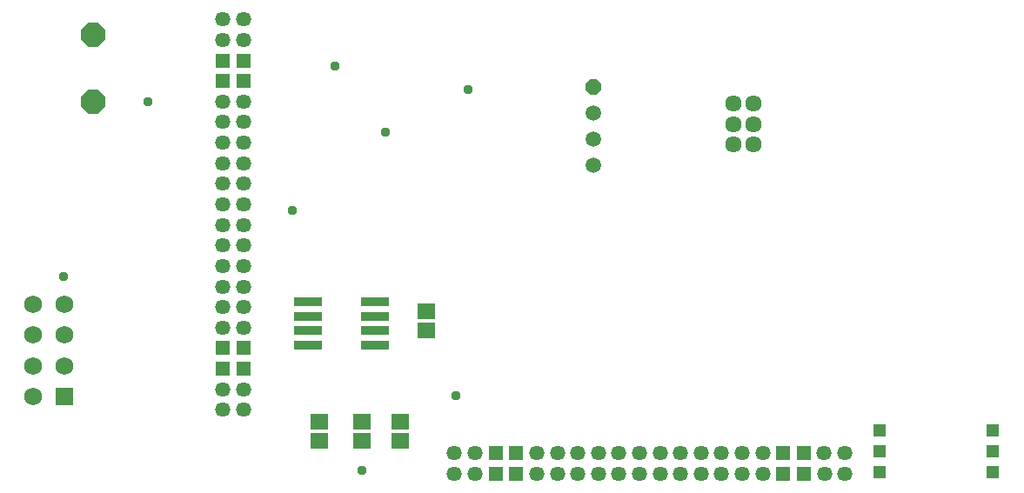
<source format=gbr>
G04 EAGLE Gerber RS-274X export*
G75*
%MOMM*%
%FSLAX34Y34*%
%LPD*%
%INSoldermask Bottom*%
%IPPOS*%
%AMOC8*
5,1,8,0,0,1.08239X$1,22.5*%
G01*
%ADD10R,1.461200X1.461200*%
%ADD11C,1.461200*%
%ADD12P,2.556822X8X112.500000*%
%ADD13C,1.733200*%
%ADD14R,1.733200X1.733200*%
%ADD15R,1.703200X1.503200*%
%ADD16R,2.743200X0.838200*%
%ADD17R,1.311200X1.311200*%
%ADD18C,1.611200*%
%ADD19P,1.635708X8X292.500000*%
%ADD20C,1.511200*%
%ADD21C,0.959600*%


D10*
X770700Y51500D03*
X750700Y51500D03*
X770700Y31500D03*
X750700Y31500D03*
X490700Y51500D03*
X470600Y51400D03*
X490700Y31500D03*
X470700Y31600D03*
X225400Y153700D03*
X225400Y133700D03*
X205500Y133700D03*
X205500Y153700D03*
X205400Y413700D03*
X225300Y413800D03*
X205400Y433600D03*
X225600Y433700D03*
D11*
X810700Y51400D03*
X790600Y51500D03*
X810600Y31500D03*
X790700Y31600D03*
X730600Y51400D03*
X730700Y31400D03*
X710600Y51400D03*
X710700Y31400D03*
X690700Y31400D03*
X690600Y51400D03*
X670600Y51400D03*
X670500Y31400D03*
X650600Y51500D03*
X650700Y31400D03*
X630700Y51400D03*
X630600Y31500D03*
X610600Y51400D03*
X610700Y31400D03*
X590600Y51500D03*
X590600Y31500D03*
X570600Y51500D03*
X570600Y31400D03*
X550700Y51500D03*
X550700Y31400D03*
X530700Y51500D03*
X530700Y31400D03*
X510600Y51500D03*
X510600Y31400D03*
X450700Y51500D03*
X450700Y31400D03*
X430600Y51500D03*
X430600Y31400D03*
X225400Y113800D03*
X225400Y93700D03*
X205300Y113800D03*
X205300Y93700D03*
X225400Y193800D03*
X225400Y173700D03*
X205300Y193800D03*
X205300Y173700D03*
X225300Y233800D03*
X225300Y213700D03*
X205200Y233800D03*
X205200Y213700D03*
X225300Y273800D03*
X225300Y253700D03*
X205200Y273800D03*
X205200Y253700D03*
X225400Y313800D03*
X225400Y293700D03*
X205300Y313800D03*
X205300Y293700D03*
X225400Y353800D03*
X225400Y333700D03*
X205300Y353800D03*
X205300Y333700D03*
X225400Y393900D03*
X225400Y373800D03*
X205300Y393900D03*
X205300Y373800D03*
X225400Y473800D03*
X225400Y453700D03*
X205300Y473800D03*
X205300Y453700D03*
D12*
X79000Y393488D03*
X79000Y458512D03*
D13*
X50800Y136500D03*
X20800Y136500D03*
X50800Y166500D03*
X20800Y166500D03*
D14*
X50800Y106500D03*
D13*
X50800Y196500D03*
X20800Y106500D03*
X20800Y196500D03*
D15*
X378100Y63050D03*
X378100Y82050D03*
X403300Y189700D03*
X403300Y170700D03*
D16*
X353600Y198800D03*
X353600Y184800D03*
X353600Y170800D03*
X353600Y156800D03*
X288200Y156800D03*
X288200Y170800D03*
X288200Y184800D03*
X288200Y198800D03*
D15*
X340600Y82050D03*
X340600Y63050D03*
X299400Y82050D03*
X299400Y63050D03*
D17*
X844000Y73200D03*
X844000Y53200D03*
X844000Y33200D03*
X954800Y33200D03*
X954800Y53200D03*
X954800Y73200D03*
D18*
X702000Y392000D03*
X722000Y392000D03*
X702000Y372000D03*
X722000Y372000D03*
X702000Y352000D03*
X722000Y352000D03*
D19*
X566000Y408100D03*
D20*
X566000Y382700D03*
X566000Y357300D03*
X566000Y331900D03*
D21*
X79588Y459100D03*
X50500Y223600D03*
X131988Y393488D03*
X272500Y288000D03*
X314500Y428000D03*
X443500Y405500D03*
X363500Y364000D03*
X432200Y107400D03*
X341000Y34500D03*
M02*

</source>
